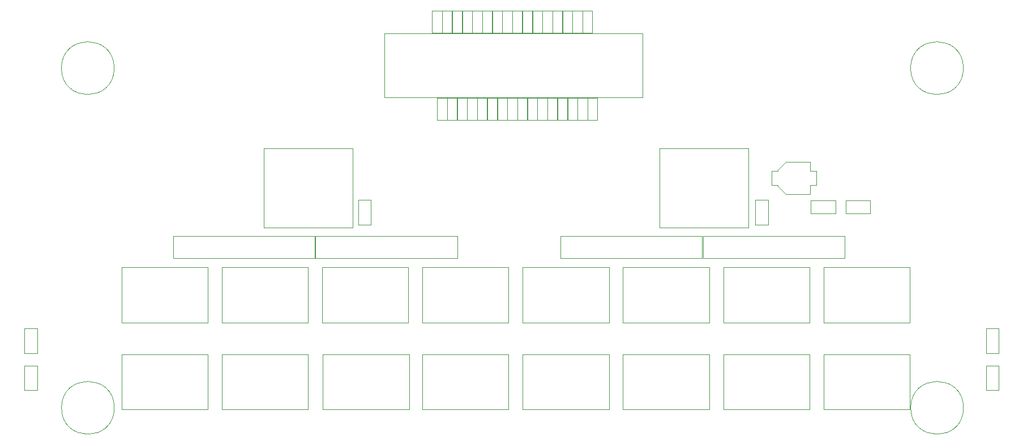
<source format=gbr>
G04 #@! TF.GenerationSoftware,KiCad,Pcbnew,(6.0.7)*
G04 #@! TF.CreationDate,2022-08-12T23:14:32-04:00*
G04 #@! TF.ProjectId,PB_16,50425f31-362e-46b6-9963-61645f706362,v3*
G04 #@! TF.SameCoordinates,Original*
G04 #@! TF.FileFunction,Other,User*
%FSLAX46Y46*%
G04 Gerber Fmt 4.6, Leading zero omitted, Abs format (unit mm)*
G04 Created by KiCad (PCBNEW (6.0.7)) date 2022-08-12 23:14:32*
%MOMM*%
%LPD*%
G01*
G04 APERTURE LIST*
%ADD10C,0.050000*%
G04 APERTURE END LIST*
D10*
X180951000Y-101767800D02*
X182851000Y-101767800D01*
X182851000Y-105467800D02*
X180951000Y-105467800D01*
X180951000Y-105467800D02*
X180951000Y-101767800D01*
X182851000Y-101767800D02*
X182851000Y-105467800D01*
X99050000Y-133100000D02*
X99050000Y-124850000D01*
X99050000Y-124850000D02*
X86150000Y-124850000D01*
X86150000Y-124850000D02*
X86150000Y-133100000D01*
X86150000Y-133100000D02*
X99050000Y-133100000D01*
X129050000Y-120100000D02*
X129050000Y-111850000D01*
X116150000Y-120100000D02*
X129050000Y-120100000D01*
X129050000Y-111850000D02*
X116150000Y-111850000D01*
X116150000Y-111850000D02*
X116150000Y-120100000D01*
X116264342Y-124850000D02*
X116264342Y-133100000D01*
X129164342Y-124850000D02*
X116264342Y-124850000D01*
X116264342Y-133100000D02*
X129164342Y-133100000D01*
X129164342Y-133100000D02*
X129164342Y-124850000D01*
X144050000Y-111850000D02*
X131150000Y-111850000D01*
X144050000Y-120100000D02*
X144050000Y-111850000D01*
X131150000Y-111850000D02*
X131150000Y-120100000D01*
X131150000Y-120100000D02*
X144050000Y-120100000D01*
X144050000Y-124850000D02*
X131150000Y-124850000D01*
X144050000Y-133100000D02*
X144050000Y-124850000D01*
X131150000Y-124850000D02*
X131150000Y-133100000D01*
X131150000Y-133100000D02*
X144050000Y-133100000D01*
X146150000Y-111850000D02*
X146150000Y-120100000D01*
X159050000Y-120100000D02*
X159050000Y-111850000D01*
X159050000Y-111850000D02*
X146150000Y-111850000D01*
X146150000Y-120100000D02*
X159050000Y-120100000D01*
X159050000Y-133100000D02*
X159050000Y-124850000D01*
X159050000Y-124850000D02*
X146150000Y-124850000D01*
X146150000Y-133100000D02*
X159050000Y-133100000D01*
X146150000Y-124850000D02*
X146150000Y-133100000D01*
X161150000Y-120100000D02*
X174050000Y-120100000D01*
X174050000Y-120100000D02*
X174050000Y-111850000D01*
X161150000Y-111850000D02*
X161150000Y-120100000D01*
X174050000Y-111850000D02*
X161150000Y-111850000D01*
X174050000Y-133100000D02*
X174050000Y-124850000D01*
X161150000Y-124850000D02*
X161150000Y-133100000D01*
X174050000Y-124850000D02*
X161150000Y-124850000D01*
X161150000Y-133100000D02*
X174050000Y-133100000D01*
X176150000Y-120100000D02*
X189050000Y-120100000D01*
X189050000Y-111850000D02*
X176150000Y-111850000D01*
X176150000Y-111850000D02*
X176150000Y-120100000D01*
X189050000Y-120100000D02*
X189050000Y-111850000D01*
X176150000Y-133100000D02*
X189050000Y-133100000D01*
X189050000Y-124850000D02*
X176150000Y-124850000D01*
X189050000Y-133100000D02*
X189050000Y-124850000D01*
X176150000Y-124850000D02*
X176150000Y-133100000D01*
X204050000Y-120100000D02*
X204050000Y-111850000D01*
X191150000Y-120100000D02*
X204050000Y-120100000D01*
X191150000Y-111850000D02*
X191150000Y-120100000D01*
X204050000Y-111850000D02*
X191150000Y-111850000D01*
X191150000Y-133100000D02*
X204050000Y-133100000D01*
X191150000Y-124850000D02*
X191150000Y-133100000D01*
X204050000Y-124850000D02*
X191150000Y-124850000D01*
X204050000Y-133100000D02*
X204050000Y-124850000D01*
X123451000Y-105467800D02*
X121551000Y-105467800D01*
X123451000Y-101767800D02*
X123451000Y-105467800D01*
X121551000Y-101767800D02*
X123451000Y-101767800D01*
X121551000Y-105467800D02*
X121551000Y-101767800D01*
X115061500Y-107163600D02*
X93861500Y-107163600D01*
X93861500Y-110463600D02*
X115061500Y-110463600D01*
X115061500Y-110463600D02*
X115061500Y-107163600D01*
X93861500Y-107163600D02*
X93861500Y-110463600D01*
X172986200Y-107163600D02*
X151786200Y-107163600D01*
X172986200Y-110463600D02*
X172986200Y-107163600D01*
X151786200Y-107163600D02*
X151786200Y-110463600D01*
X151786200Y-110463600D02*
X172986200Y-110463600D01*
X194312600Y-107163600D02*
X173112600Y-107163600D01*
X194312600Y-110463600D02*
X194312600Y-107163600D01*
X173112600Y-107163600D02*
X173112600Y-110463600D01*
X173112600Y-110463600D02*
X194312600Y-110463600D01*
X136352700Y-110463600D02*
X136352700Y-107163600D01*
X115152700Y-110463600D02*
X136352700Y-110463600D01*
X115152700Y-107163600D02*
X115152700Y-110463600D01*
X136352700Y-107163600D02*
X115152700Y-107163600D01*
X99050000Y-111850000D02*
X86150000Y-111850000D01*
X86150000Y-111850000D02*
X86150000Y-120100000D01*
X86150000Y-120100000D02*
X99050000Y-120100000D01*
X99050000Y-120100000D02*
X99050000Y-111850000D01*
X114050000Y-120100000D02*
X114050000Y-111850000D01*
X114050000Y-111850000D02*
X101150000Y-111850000D01*
X101150000Y-111850000D02*
X101150000Y-120100000D01*
X101150000Y-120100000D02*
X114050000Y-120100000D01*
X101150000Y-124850000D02*
X101150000Y-133100000D01*
X101150000Y-133100000D02*
X114050000Y-133100000D01*
X114050000Y-124850000D02*
X101150000Y-124850000D01*
X114050000Y-133100000D02*
X114050000Y-124850000D01*
X85063000Y-82066600D02*
G75*
G03*
X85063000Y-82066600I-3950000J0D01*
G01*
X212063000Y-82066600D02*
G75*
G03*
X212063000Y-82066600I-3950000J0D01*
G01*
X71651000Y-120981000D02*
X73551000Y-120981000D01*
X73551000Y-124681000D02*
X71651000Y-124681000D01*
X73551000Y-120981000D02*
X73551000Y-124681000D01*
X71651000Y-124681000D02*
X71651000Y-120981000D01*
X71651000Y-126542000D02*
X73551000Y-126542000D01*
X73551000Y-126542000D02*
X73551000Y-130242000D01*
X73551000Y-130242000D02*
X71651000Y-130242000D01*
X71651000Y-130242000D02*
X71651000Y-126542000D01*
X189251000Y-101867800D02*
X192951000Y-101867800D01*
X192951000Y-103767800D02*
X189251000Y-103767800D01*
X189251000Y-103767800D02*
X189251000Y-101867800D01*
X192951000Y-101867800D02*
X192951000Y-103767800D01*
X194451000Y-103767800D02*
X194451000Y-101867800D01*
X198151000Y-101867800D02*
X198151000Y-103767800D01*
X198151000Y-103767800D02*
X194451000Y-103767800D01*
X194451000Y-101867800D02*
X198151000Y-101867800D01*
X212077600Y-132866600D02*
G75*
G03*
X212077600Y-132866600I-3950000J0D01*
G01*
X215451000Y-130242000D02*
X215451000Y-126542000D01*
X217351000Y-126542000D02*
X217351000Y-130242000D01*
X217351000Y-130242000D02*
X215451000Y-130242000D01*
X215451000Y-126542000D02*
X217351000Y-126542000D01*
X217351000Y-124681000D02*
X215451000Y-124681000D01*
X215451000Y-124681000D02*
X215451000Y-120981000D01*
X215451000Y-120981000D02*
X217351000Y-120981000D01*
X217351000Y-120981000D02*
X217351000Y-124681000D01*
X125511000Y-76890300D02*
X125511000Y-86440300D01*
X125511000Y-86440300D02*
X164091000Y-86440300D01*
X164091000Y-86440300D02*
X164091000Y-76890300D01*
X164091000Y-76890300D02*
X125511000Y-76890300D01*
X166651000Y-94087800D02*
X166651000Y-105947800D01*
X179951000Y-94087800D02*
X166651000Y-94087800D01*
X166651000Y-105947800D02*
X179951000Y-105947800D01*
X179951000Y-105947800D02*
X179951000Y-94087800D01*
X107451000Y-94087800D02*
X107451000Y-105947800D01*
X107451000Y-105947800D02*
X120751000Y-105947800D01*
X120751000Y-94087800D02*
X107451000Y-94087800D01*
X120751000Y-105947800D02*
X120751000Y-94087800D01*
X136371000Y-89867800D02*
X136371000Y-86567800D01*
X137831000Y-89867800D02*
X136371000Y-89867800D01*
X136371000Y-86567800D02*
X137831000Y-86567800D01*
X137831000Y-86567800D02*
X137831000Y-89867800D01*
X154331000Y-86567800D02*
X154331000Y-89867800D01*
X152871000Y-86567800D02*
X154331000Y-86567800D01*
X152871000Y-89867800D02*
X152871000Y-86567800D01*
X154331000Y-89867800D02*
X152871000Y-89867800D01*
X157331000Y-86567800D02*
X157331000Y-89867800D01*
X155871000Y-89867800D02*
X155871000Y-86567800D01*
X157331000Y-89867800D02*
X155871000Y-89867800D01*
X155871000Y-86567800D02*
X157331000Y-86567800D01*
X140831000Y-86567800D02*
X140831000Y-89867800D01*
X140831000Y-89867800D02*
X139371000Y-89867800D01*
X139371000Y-86567800D02*
X140831000Y-86567800D01*
X139371000Y-89867800D02*
X139371000Y-86567800D01*
X155831000Y-89867800D02*
X154371000Y-89867800D01*
X155831000Y-86567800D02*
X155831000Y-89867800D01*
X154371000Y-89867800D02*
X154371000Y-86567800D01*
X154371000Y-86567800D02*
X155831000Y-86567800D01*
X140871000Y-89867800D02*
X140871000Y-86567800D01*
X140871000Y-86567800D02*
X142331000Y-86567800D01*
X142331000Y-86567800D02*
X142331000Y-89867800D01*
X142331000Y-89867800D02*
X140871000Y-89867800D01*
X148331000Y-86567800D02*
X148331000Y-89867800D01*
X148331000Y-89867800D02*
X146871000Y-89867800D01*
X146871000Y-86567800D02*
X148331000Y-86567800D01*
X146871000Y-89867800D02*
X146871000Y-86567800D01*
X142371000Y-89867800D02*
X142371000Y-86567800D01*
X142371000Y-86567800D02*
X143831000Y-86567800D01*
X143831000Y-89867800D02*
X142371000Y-89867800D01*
X143831000Y-86567800D02*
X143831000Y-89867800D01*
X146831000Y-86567800D02*
X146831000Y-89867800D01*
X145371000Y-89867800D02*
X145371000Y-86567800D01*
X145371000Y-86567800D02*
X146831000Y-86567800D01*
X146831000Y-89867800D02*
X145371000Y-89867800D01*
X149081000Y-73467800D02*
X149081000Y-76767800D01*
X147621000Y-73467800D02*
X149081000Y-73467800D01*
X149081000Y-76767800D02*
X147621000Y-76767800D01*
X147621000Y-76767800D02*
X147621000Y-73467800D01*
X135621000Y-76767800D02*
X135621000Y-73467800D01*
X137081000Y-76767800D02*
X135621000Y-76767800D01*
X135621000Y-73467800D02*
X137081000Y-73467800D01*
X137081000Y-73467800D02*
X137081000Y-76767800D01*
X134871000Y-89867800D02*
X134871000Y-86567800D01*
X136331000Y-89867800D02*
X134871000Y-89867800D01*
X134871000Y-86567800D02*
X136331000Y-86567800D01*
X136331000Y-86567800D02*
X136331000Y-89867800D01*
X139331000Y-86567800D02*
X139331000Y-89867800D01*
X137871000Y-89867800D02*
X137871000Y-86567800D01*
X139331000Y-89867800D02*
X137871000Y-89867800D01*
X137871000Y-86567800D02*
X139331000Y-86567800D01*
X134121000Y-73467800D02*
X135581000Y-73467800D01*
X135581000Y-76767800D02*
X134121000Y-76767800D01*
X135581000Y-73467800D02*
X135581000Y-76767800D01*
X134121000Y-76767800D02*
X134121000Y-73467800D01*
X146121000Y-73467800D02*
X147581000Y-73467800D01*
X147581000Y-73467800D02*
X147581000Y-76767800D01*
X146121000Y-76767800D02*
X146121000Y-73467800D01*
X147581000Y-76767800D02*
X146121000Y-76767800D01*
X150621000Y-73467800D02*
X152081000Y-73467800D01*
X150621000Y-76767800D02*
X150621000Y-73467800D01*
X152081000Y-76767800D02*
X150621000Y-76767800D01*
X152081000Y-73467800D02*
X152081000Y-76767800D01*
X143081000Y-73467800D02*
X143081000Y-76767800D01*
X141621000Y-73467800D02*
X143081000Y-73467800D01*
X143081000Y-76767800D02*
X141621000Y-76767800D01*
X141621000Y-76767800D02*
X141621000Y-73467800D01*
X141581000Y-76767800D02*
X140121000Y-76767800D01*
X141581000Y-73467800D02*
X141581000Y-76767800D01*
X140121000Y-76767800D02*
X140121000Y-73467800D01*
X140121000Y-73467800D02*
X141581000Y-73467800D01*
X152831000Y-86567800D02*
X152831000Y-89867800D01*
X151371000Y-89867800D02*
X151371000Y-86567800D01*
X152831000Y-89867800D02*
X151371000Y-89867800D01*
X151371000Y-86567800D02*
X152831000Y-86567800D01*
X149121000Y-76767800D02*
X149121000Y-73467800D01*
X149121000Y-73467800D02*
X150581000Y-73467800D01*
X150581000Y-73467800D02*
X150581000Y-76767800D01*
X150581000Y-76767800D02*
X149121000Y-76767800D01*
X138581000Y-73467800D02*
X138581000Y-76767800D01*
X138581000Y-76767800D02*
X137121000Y-76767800D01*
X137121000Y-73467800D02*
X138581000Y-73467800D01*
X137121000Y-76767800D02*
X137121000Y-73467800D01*
X143121000Y-73467800D02*
X144581000Y-73467800D01*
X144581000Y-76767800D02*
X143121000Y-76767800D01*
X143121000Y-76767800D02*
X143121000Y-73467800D01*
X144581000Y-73467800D02*
X144581000Y-76767800D01*
X85077600Y-132866600D02*
G75*
G03*
X85077600Y-132866600I-3950000J0D01*
G01*
X133371000Y-86567800D02*
X134831000Y-86567800D01*
X134831000Y-86567800D02*
X134831000Y-89867800D01*
X134831000Y-89867800D02*
X133371000Y-89867800D01*
X133371000Y-89867800D02*
X133371000Y-86567800D01*
X152121000Y-73467800D02*
X153581000Y-73467800D01*
X152121000Y-76767800D02*
X152121000Y-73467800D01*
X153581000Y-76767800D02*
X152121000Y-76767800D01*
X153581000Y-73467800D02*
X153581000Y-76767800D01*
X138621000Y-73467800D02*
X140081000Y-73467800D01*
X140081000Y-76767800D02*
X138621000Y-76767800D01*
X138621000Y-76767800D02*
X138621000Y-73467800D01*
X140081000Y-73467800D02*
X140081000Y-76767800D01*
X155121000Y-76767800D02*
X155121000Y-73467800D01*
X155121000Y-73467800D02*
X156581000Y-73467800D01*
X156581000Y-76767800D02*
X155121000Y-76767800D01*
X156581000Y-73467800D02*
X156581000Y-76767800D01*
X183401000Y-99567800D02*
X184351000Y-99567800D01*
X189151000Y-96117800D02*
X189151000Y-97467800D01*
X185501000Y-100917800D02*
X189151000Y-100917800D01*
X184351000Y-97267800D02*
X185501000Y-96117800D01*
X190101000Y-99567800D02*
X189151000Y-99567800D01*
X184351000Y-97267800D02*
X184351000Y-97467800D01*
X184351000Y-99567800D02*
X184351000Y-99767800D01*
X189151000Y-97467800D02*
X190101000Y-97467800D01*
X190101000Y-97467800D02*
X190101000Y-99567800D01*
X184351000Y-97467800D02*
X183401000Y-97467800D01*
X184351000Y-99767800D02*
X185501000Y-100917800D01*
X185501000Y-96117800D02*
X189151000Y-96117800D01*
X183401000Y-97467800D02*
X183401000Y-99567800D01*
X189151000Y-99567800D02*
X189151000Y-100917800D01*
X132621000Y-73467800D02*
X134081000Y-73467800D01*
X132621000Y-76767800D02*
X132621000Y-73467800D01*
X134081000Y-76767800D02*
X132621000Y-76767800D01*
X134081000Y-73467800D02*
X134081000Y-76767800D01*
X145331000Y-89867800D02*
X143871000Y-89867800D01*
X143871000Y-86567800D02*
X145331000Y-86567800D01*
X145331000Y-86567800D02*
X145331000Y-89867800D01*
X143871000Y-89867800D02*
X143871000Y-86567800D01*
X146081000Y-76767800D02*
X144621000Y-76767800D01*
X146081000Y-73467800D02*
X146081000Y-76767800D01*
X144621000Y-76767800D02*
X144621000Y-73467800D01*
X144621000Y-73467800D02*
X146081000Y-73467800D01*
X149831000Y-89867800D02*
X148371000Y-89867800D01*
X149831000Y-86567800D02*
X149831000Y-89867800D01*
X148371000Y-86567800D02*
X149831000Y-86567800D01*
X148371000Y-89867800D02*
X148371000Y-86567800D01*
X155081000Y-76767800D02*
X153621000Y-76767800D01*
X153621000Y-76767800D02*
X153621000Y-73467800D01*
X153621000Y-73467800D02*
X155081000Y-73467800D01*
X155081000Y-73467800D02*
X155081000Y-76767800D01*
X151331000Y-86567800D02*
X151331000Y-89867800D01*
X149871000Y-89867800D02*
X149871000Y-86567800D01*
X151331000Y-89867800D02*
X149871000Y-89867800D01*
X149871000Y-86567800D02*
X151331000Y-86567800D01*
M02*

</source>
